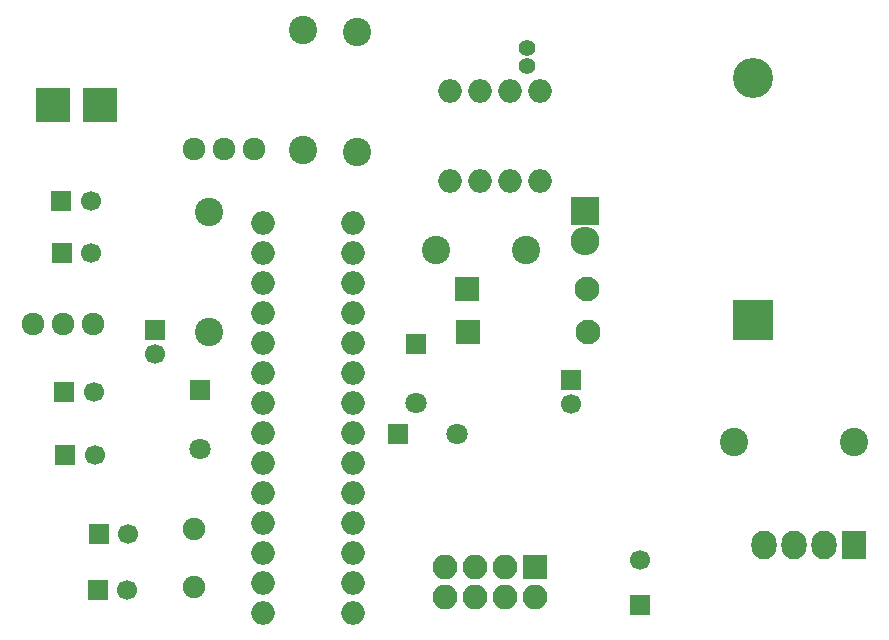
<source format=gbr>
G04 #@! TF.FileFunction,Soldermask,Bot*
%FSLAX46Y46*%
G04 Gerber Fmt 4.6, Leading zero omitted, Abs format (unit mm)*
G04 Created by KiCad (PCBNEW 4.0.2+dfsg1-stable) date sob, 21 kwi 2018, 12:47:44*
%MOMM*%
G01*
G04 APERTURE LIST*
%ADD10C,0.500000*%
%ADD11R,1.700000X1.700000*%
%ADD12C,1.700000*%
%ADD13R,1.800000X1.800000*%
%ADD14C,1.800000*%
%ADD15O,2.000000X2.000000*%
%ADD16C,2.398980*%
%ADD17C,1.901140*%
%ADD18C,1.924000*%
%ADD19R,2.899360X2.899360*%
%ADD20R,2.100000X2.100000*%
%ADD21O,2.100000X2.100000*%
%ADD22C,3.400000*%
%ADD23R,3.400000X3.400000*%
%ADD24C,2.099260*%
%ADD25R,2.099260X2.099260*%
%ADD26C,1.400760*%
%ADD27R,2.127200X2.432000*%
%ADD28O,2.127200X2.432000*%
%ADD29R,2.432000X2.432000*%
%ADD30O,2.432000X2.432000*%
G04 APERTURE END LIST*
D10*
D11*
X94360000Y-96120000D03*
D12*
X96860000Y-96120000D03*
D13*
X119760000Y-82850000D03*
D14*
X124760000Y-82850000D03*
D11*
X94410000Y-91370000D03*
D12*
X96910000Y-91370000D03*
D13*
X121270000Y-75300000D03*
D14*
X121270000Y-80300000D03*
D13*
X103030000Y-79150000D03*
D14*
X103030000Y-84150000D03*
D15*
X108332143Y-65020000D03*
X108332143Y-67560000D03*
X108332143Y-70100000D03*
X108332143Y-72640000D03*
X108332143Y-75180000D03*
X108332143Y-77720000D03*
X108332143Y-80260000D03*
X108332143Y-82800000D03*
X108332143Y-85340000D03*
X108332143Y-87880000D03*
X108332143Y-90420000D03*
X108332143Y-92960000D03*
X108332143Y-95500000D03*
X108332143Y-98040000D03*
X115952143Y-98040000D03*
X115952143Y-95500000D03*
X115952143Y-92960000D03*
X115952143Y-90420000D03*
X115952143Y-87880000D03*
X115952143Y-85340000D03*
X115952143Y-82800000D03*
X115952143Y-80260000D03*
X115952143Y-77720000D03*
X115952143Y-75180000D03*
X115952143Y-72640000D03*
X115952143Y-70100000D03*
X115952143Y-67560000D03*
X115952143Y-65020000D03*
D16*
X103800000Y-74275000D03*
X103800000Y-64115000D03*
D17*
X102490000Y-90939060D03*
X102490000Y-95820940D03*
D18*
X105030000Y-58790000D03*
X107570000Y-58790000D03*
X102490000Y-58790000D03*
D11*
X140290000Y-97380000D03*
D12*
X140290000Y-93580000D03*
D19*
X90581500Y-55000000D03*
X94518500Y-55000000D03*
D20*
X131320000Y-94140000D03*
D21*
X131320000Y-96680000D03*
X128780000Y-96680000D03*
X128780000Y-94140000D03*
X126240000Y-96680000D03*
X126240000Y-94140000D03*
X123700000Y-96680000D03*
X123700000Y-94140000D03*
D11*
X99150000Y-74100000D03*
D12*
X99150000Y-76100000D03*
D11*
X134450000Y-78320000D03*
D12*
X134450000Y-80320000D03*
D22*
X149800000Y-52710000D03*
D23*
X149800000Y-73200000D03*
D24*
X135760520Y-70597460D03*
D25*
X125600520Y-70597460D03*
D24*
X135810520Y-74247460D03*
D25*
X125650520Y-74247460D03*
D16*
X111750000Y-48650000D03*
X111750000Y-58810000D03*
X116250000Y-48850000D03*
X116250000Y-59010000D03*
D15*
X131750000Y-53850000D03*
X129210000Y-53850000D03*
X126670000Y-53850000D03*
X124130000Y-53850000D03*
X124130000Y-61470000D03*
X126670000Y-61470000D03*
X129210000Y-61470000D03*
X131750000Y-61470000D03*
D26*
X130650000Y-51699300D03*
X130650000Y-50200700D03*
D16*
X158350000Y-83600000D03*
X148190000Y-83600000D03*
D27*
X158360000Y-92300000D03*
D28*
X155820000Y-92300000D03*
X153280000Y-92300000D03*
X150740000Y-92300000D03*
D16*
X130600000Y-67350000D03*
X122980000Y-67350000D03*
D29*
X135600000Y-64000000D03*
D30*
X135600000Y-66540000D03*
D11*
X91250000Y-63200000D03*
D12*
X93750000Y-63200000D03*
D11*
X91300000Y-67600000D03*
D12*
X93800000Y-67600000D03*
D11*
X91600000Y-84700000D03*
D12*
X94100000Y-84700000D03*
D11*
X91500000Y-79300000D03*
D12*
X94000000Y-79300000D03*
D18*
X91360000Y-73600000D03*
X88820000Y-73600000D03*
X93900000Y-73600000D03*
M02*

</source>
